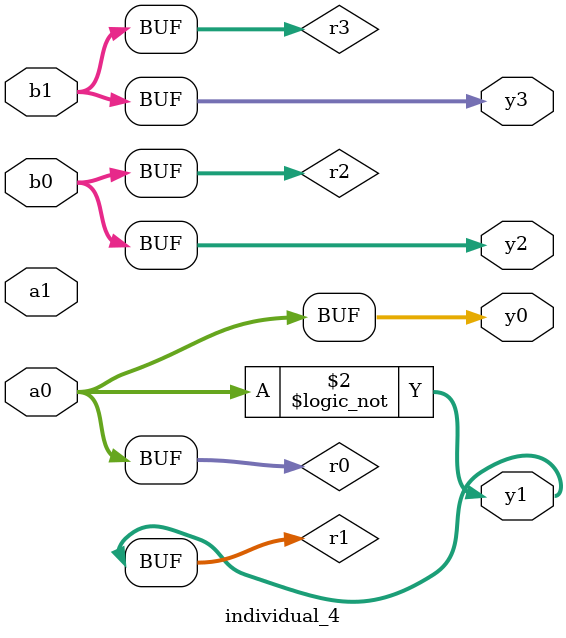
<source format=sv>
module individual_4(input logic [15:0] a1, input logic [15:0] a0, input logic [15:0] b1, input logic [15:0] b0, output logic [15:0] y3, output logic [15:0] y2, output logic [15:0] y1, output logic [15:0] y0);
logic [15:0] r0, r1, r2, r3; 
 always@(*) begin 
	 r0 = a0; r1 = a1; r2 = b0; r3 = b1; 
 	 r1 = ! r0 ;
 	 y3 = r3; y2 = r2; y1 = r1; y0 = r0; 
end
endmodule
</source>
